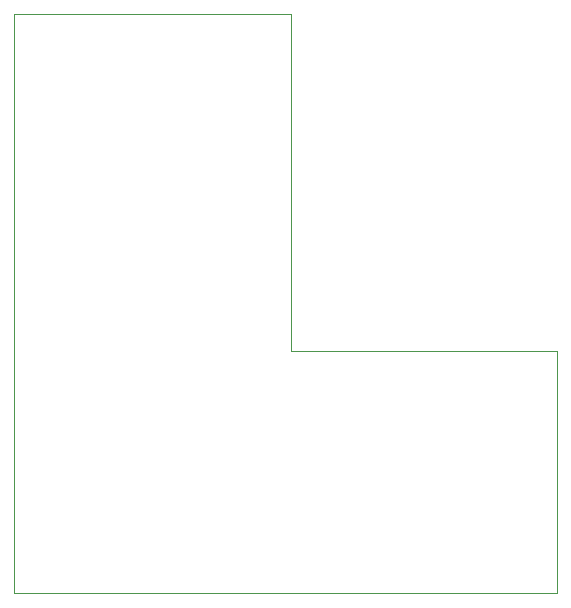
<source format=gbr>
%TF.GenerationSoftware,KiCad,Pcbnew,8.0.6*%
%TF.CreationDate,2024-12-06T14:03:16+03:00*%
%TF.ProjectId,AKB_BAS,414b425f-4241-4532-9e6b-696361645f70,rev?*%
%TF.SameCoordinates,Original*%
%TF.FileFunction,Profile,NP*%
%FSLAX46Y46*%
G04 Gerber Fmt 4.6, Leading zero omitted, Abs format (unit mm)*
G04 Created by KiCad (PCBNEW 8.0.6) date 2024-12-06 14:03:16*
%MOMM*%
%LPD*%
G01*
G04 APERTURE LIST*
%TA.AperFunction,Profile*%
%ADD10C,0.050000*%
%TD*%
G04 APERTURE END LIST*
D10*
X169000000Y-81000000D02*
X169000000Y-101500000D01*
X146500000Y-81000000D02*
X169000000Y-81000000D01*
X146500000Y-52500000D02*
X146500000Y-81000000D01*
X123000000Y-52500000D02*
X146500000Y-52500000D01*
X123000000Y-101500000D02*
X123000000Y-52500000D01*
X169000000Y-101500000D02*
X123000000Y-101500000D01*
M02*

</source>
